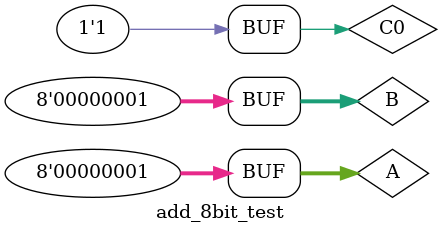
<source format=v>
`timescale 1ns / 1ps


module add_8bit_test;

	// Inputs
	reg [7:0] A;
	reg [7:0] B;
	reg C0;

	// Outputs
	wire [7:0] SUM;
	wire Overflow;

	// Instantiate the Unit Under Test (UUT)
	adder_8bit uut (
		.A(A), 
		.B(B), 
		.C0(C0), 
		.SUM(SUM), 
		.Overflow(Overflow)
	);

	initial begin
		// Initialize Inputs
		A = 0;
		B = 0;
		C0 = 0;

		// Wait 100 ns for global reset to finish
		#10 A=8'b1;
		#10 B=8'b1;
		#10 C0=1;
        
		// Add stimulus here

	end
      
endmodule


</source>
